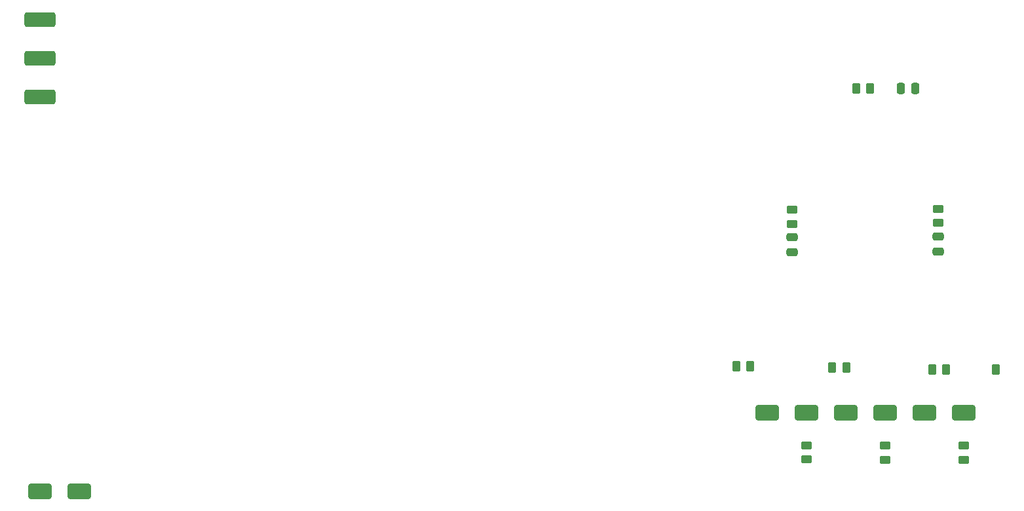
<source format=gbr>
%TF.GenerationSoftware,KiCad,Pcbnew,9.0.0*%
%TF.CreationDate,2025-10-26T20:42:14-07:00*%
%TF.ProjectId,Control_Dock,436f6e74-726f-46c5-9f44-6f636b2e6b69,1.0*%
%TF.SameCoordinates,Original*%
%TF.FileFunction,Paste,Top*%
%TF.FilePolarity,Positive*%
%FSLAX46Y46*%
G04 Gerber Fmt 4.6, Leading zero omitted, Abs format (unit mm)*
G04 Created by KiCad (PCBNEW 9.0.0) date 2025-10-26 20:42:14*
%MOMM*%
%LPD*%
G01*
G04 APERTURE LIST*
G04 Aperture macros list*
%AMRoundRect*
0 Rectangle with rounded corners*
0 $1 Rounding radius*
0 $2 $3 $4 $5 $6 $7 $8 $9 X,Y pos of 4 corners*
0 Add a 4 corners polygon primitive as box body*
4,1,4,$2,$3,$4,$5,$6,$7,$8,$9,$2,$3,0*
0 Add four circle primitives for the rounded corners*
1,1,$1+$1,$2,$3*
1,1,$1+$1,$4,$5*
1,1,$1+$1,$6,$7*
1,1,$1+$1,$8,$9*
0 Add four rect primitives between the rounded corners*
20,1,$1+$1,$2,$3,$4,$5,0*
20,1,$1+$1,$4,$5,$6,$7,0*
20,1,$1+$1,$6,$7,$8,$9,0*
20,1,$1+$1,$8,$9,$2,$3,0*%
G04 Aperture macros list end*
%ADD10RoundRect,0.300000X-1.200000X-0.700000X1.200000X-0.700000X1.200000X0.700000X-1.200000X0.700000X0*%
%ADD11RoundRect,0.250000X-0.450000X0.262500X-0.450000X-0.262500X0.450000X-0.262500X0.450000X0.262500X0*%
%ADD12RoundRect,0.250000X-0.250000X-0.475000X0.250000X-0.475000X0.250000X0.475000X-0.250000X0.475000X0*%
%ADD13RoundRect,0.250000X-0.262500X-0.450000X0.262500X-0.450000X0.262500X0.450000X-0.262500X0.450000X0*%
%ADD14RoundRect,0.250000X0.262500X0.450000X-0.262500X0.450000X-0.262500X-0.450000X0.262500X-0.450000X0*%
%ADD15RoundRect,0.250000X-0.475000X0.250000X-0.475000X-0.250000X0.475000X-0.250000X0.475000X0.250000X0*%
%ADD16RoundRect,0.285750X1.714250X-0.666750X1.714250X0.666750X-1.714250X0.666750X-1.714250X-0.666750X0*%
G04 APERTURE END LIST*
D10*
%TO.C,SW2*%
X144780000Y-119380000D03*
X149860000Y-119380000D03*
%TD*%
D11*
%TO.C,R9*%
X170180000Y-123687500D03*
X170180000Y-125512500D03*
%TD*%
D12*
%TO.C,C3*%
X162050000Y-77500000D03*
X163950000Y-77500000D03*
%TD*%
D13*
%TO.C,R6*%
X156275000Y-77500000D03*
X158100000Y-77500000D03*
%TD*%
D14*
%TO.C,R1*%
X142612500Y-113400000D03*
X140787500Y-113400000D03*
%TD*%
%TO.C,R2*%
X155012500Y-113600000D03*
X153187500Y-113600000D03*
%TD*%
D11*
%TO.C,R4*%
X148000000Y-93175000D03*
X148000000Y-95000000D03*
%TD*%
D10*
%TO.C,SW4*%
X165100000Y-119380000D03*
X170180000Y-119380000D03*
%TD*%
D15*
%TO.C,C2*%
X148000000Y-96750000D03*
X148000000Y-98650000D03*
%TD*%
D10*
%TO.C,BT1*%
X50800000Y-129540000D03*
X55880000Y-129540000D03*
%TD*%
D15*
%TO.C,C1*%
X166900000Y-96650000D03*
X166900000Y-98550000D03*
%TD*%
D14*
%TO.C,R3*%
X167912500Y-113800000D03*
X166087500Y-113800000D03*
%TD*%
D11*
%TO.C,R5*%
X166900000Y-93075000D03*
X166900000Y-94900000D03*
%TD*%
D16*
%TO.C,SW1*%
X50800000Y-78580000D03*
X50800000Y-73580000D03*
X50800000Y-68580000D03*
%TD*%
D13*
%TO.C,ROT1*%
X174312500Y-113800000D03*
%TD*%
D10*
%TO.C,SW3*%
X154940000Y-119380000D03*
X160020000Y-119380000D03*
%TD*%
D11*
%TO.C,R7*%
X149860000Y-123640000D03*
X149860000Y-125465000D03*
%TD*%
%TO.C,R8*%
X160020000Y-123675000D03*
X160020000Y-125500000D03*
%TD*%
M02*

</source>
